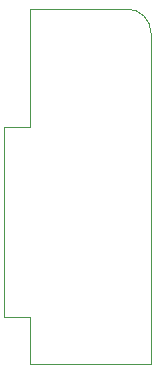
<source format=gbr>
G04 #@! TF.GenerationSoftware,KiCad,Pcbnew,(6.0.6-0)*
G04 #@! TF.CreationDate,2023-01-05T22:25:42-05:00*
G04 #@! TF.ProjectId,10DIN2VGA VGA Board,31304449-4e32-4564-9741-205647412042,1*
G04 #@! TF.SameCoordinates,Original*
G04 #@! TF.FileFunction,Profile,NP*
%FSLAX46Y46*%
G04 Gerber Fmt 4.6, Leading zero omitted, Abs format (unit mm)*
G04 Created by KiCad (PCBNEW (6.0.6-0)) date 2023-01-05 22:25:42*
%MOMM*%
%LPD*%
G01*
G04 APERTURE LIST*
G04 #@! TA.AperFunction,Profile*
%ADD10C,0.100000*%
G04 #@! TD*
G04 APERTURE END LIST*
D10*
X150220105Y-92120000D02*
X150220000Y-120130000D01*
X140000000Y-90110000D02*
X148200000Y-90109895D01*
X150220135Y-92120000D02*
G75*
G03*
X148200000Y-90109895I-2009135J1000D01*
G01*
X140000000Y-100140000D02*
X140000000Y-90110000D01*
X137810000Y-116190000D02*
X137810000Y-100140000D01*
X140000000Y-120130000D02*
X140000000Y-116190000D01*
X137810000Y-100140000D02*
X140000000Y-100140000D01*
X140000000Y-116190000D02*
X137810000Y-116190000D01*
X150220000Y-120130000D02*
X140000000Y-120130000D01*
M02*

</source>
